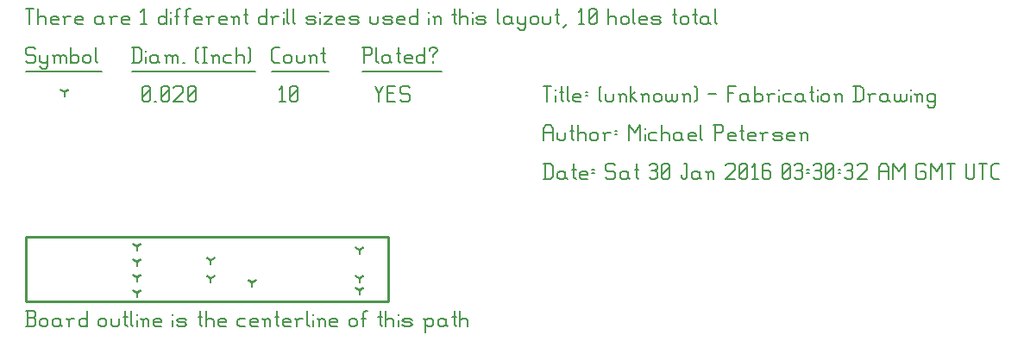
<source format=gbr>
G04 start of page 12 for group -3984 idx -3984 *
G04 Title: (unknown), fab *
G04 Creator: pcb 20110918 *
G04 CreationDate: Sat 30 Jan 2016 03:30:32 AM GMT UTC *
G04 For: railfan *
G04 Format: Gerber/RS-274X *
G04 PCB-Dimensions: 140000 25000 *
G04 PCB-Coordinate-Origin: lower left *
%MOIN*%
%FSLAX25Y25*%
%LNFAB*%
%ADD42C,0.0100*%
%ADD41C,0.0075*%
%ADD40C,0.0060*%
%ADD39C,0.0001*%
%ADD38R,0.0080X0.0080*%
G54D38*X43000Y15500D02*Y13900D01*
G54D39*G36*
X42454Y15647D02*X44533Y16846D01*
X44933Y16153D01*
X42853Y14954D01*
X42454Y15647D01*
G37*
G36*
X43147Y14954D02*X41067Y16153D01*
X41467Y16846D01*
X43546Y15647D01*
X43147Y14954D01*
G37*
G54D38*X43000Y9500D02*Y7900D01*
G54D39*G36*
X42454Y9647D02*X44533Y10846D01*
X44933Y10153D01*
X42853Y8954D01*
X42454Y9647D01*
G37*
G36*
X43147Y8954D02*X41067Y10153D01*
X41467Y10846D01*
X43546Y9647D01*
X43147Y8954D01*
G37*
G54D38*X71500Y9000D02*Y7400D01*
G54D39*G36*
X70954Y9147D02*X73033Y10346D01*
X73433Y9653D01*
X71353Y8454D01*
X70954Y9147D01*
G37*
G36*
X71647Y8454D02*X69567Y9653D01*
X69967Y10346D01*
X72046Y9147D01*
X71647Y8454D01*
G37*
G54D38*X71500Y16000D02*Y14400D01*
G54D39*G36*
X70954Y16147D02*X73033Y17346D01*
X73433Y16653D01*
X71353Y15454D01*
X70954Y16147D01*
G37*
G36*
X71647Y15454D02*X69567Y16653D01*
X69967Y17346D01*
X72046Y16147D01*
X71647Y15454D01*
G37*
G54D38*X43000Y21500D02*Y19900D01*
G54D39*G36*
X42454Y21647D02*X44533Y22846D01*
X44933Y22153D01*
X42853Y20954D01*
X42454Y21647D01*
G37*
G36*
X43147Y20954D02*X41067Y22153D01*
X41467Y22846D01*
X43546Y21647D01*
X43147Y20954D01*
G37*
G54D38*X43000Y3500D02*Y1900D01*
G54D39*G36*
X42454Y3647D02*X44533Y4846D01*
X44933Y4153D01*
X42853Y2954D01*
X42454Y3647D01*
G37*
G36*
X43147Y2954D02*X41067Y4153D01*
X41467Y4846D01*
X43546Y3647D01*
X43147Y2954D01*
G37*
G54D38*X87500Y7500D02*Y5900D01*
G54D39*G36*
X86954Y7647D02*X89033Y8846D01*
X89433Y8153D01*
X87353Y6954D01*
X86954Y7647D01*
G37*
G36*
X87647Y6954D02*X85567Y8153D01*
X85967Y8846D01*
X88046Y7647D01*
X87647Y6954D01*
G37*
G54D38*X129000Y20000D02*Y18400D01*
G54D39*G36*
X128454Y20147D02*X130533Y21346D01*
X130933Y20653D01*
X128853Y19454D01*
X128454Y20147D01*
G37*
G36*
X129147Y19454D02*X127067Y20653D01*
X127467Y21346D01*
X129546Y20147D01*
X129147Y19454D01*
G37*
G54D38*X129000Y9000D02*Y7400D01*
G54D39*G36*
X128454Y9147D02*X130533Y10346D01*
X130933Y9653D01*
X128853Y8454D01*
X128454Y9147D01*
G37*
G36*
X129147Y8454D02*X127067Y9653D01*
X127467Y10346D01*
X129546Y9147D01*
X129147Y8454D01*
G37*
G54D38*X129000Y4500D02*Y2900D01*
G54D39*G36*
X128454Y4647D02*X130533Y5846D01*
X130933Y5153D01*
X128853Y3954D01*
X128454Y4647D01*
G37*
G36*
X129147Y3954D02*X127067Y5153D01*
X127467Y5846D01*
X129546Y4647D01*
X129147Y3954D01*
G37*
G54D38*X15000Y81250D02*Y79650D01*
G54D39*G36*
X14454Y81397D02*X16533Y82596D01*
X16933Y81903D01*
X14853Y80704D01*
X14454Y81397D01*
G37*
G36*
X15147Y80704D02*X13067Y81903D01*
X13467Y82596D01*
X15546Y81397D01*
X15147Y80704D01*
G37*
G54D40*X135000Y83500D02*X136500Y80500D01*
X138000Y83500D01*
X136500Y80500D02*Y77500D01*
X139800Y80800D02*X142050D01*
X139800Y77500D02*X142800D01*
X139800Y83500D02*Y77500D01*
Y83500D02*X142800D01*
X147600D02*X148350Y82750D01*
X145350Y83500D02*X147600D01*
X144600Y82750D02*X145350Y83500D01*
X144600Y82750D02*Y81250D01*
X145350Y80500D01*
X147600D01*
X148350Y79750D01*
Y78250D01*
X147600Y77500D02*X148350Y78250D01*
X145350Y77500D02*X147600D01*
X144600Y78250D02*X145350Y77500D01*
X98000Y82300D02*X99200Y83500D01*
Y77500D01*
X98000D02*X100250D01*
X102050Y78250D02*X102800Y77500D01*
X102050Y82750D02*Y78250D01*
Y82750D02*X102800Y83500D01*
X104300D01*
X105050Y82750D01*
Y78250D01*
X104300Y77500D02*X105050Y78250D01*
X102800Y77500D02*X104300D01*
X102050Y79000D02*X105050Y82000D01*
X45000Y78250D02*X45750Y77500D01*
X45000Y82750D02*Y78250D01*
Y82750D02*X45750Y83500D01*
X47250D01*
X48000Y82750D01*
Y78250D01*
X47250Y77500D02*X48000Y78250D01*
X45750Y77500D02*X47250D01*
X45000Y79000D02*X48000Y82000D01*
X49800Y77500D02*X50550D01*
X52350Y78250D02*X53100Y77500D01*
X52350Y82750D02*Y78250D01*
Y82750D02*X53100Y83500D01*
X54600D01*
X55350Y82750D01*
Y78250D01*
X54600Y77500D02*X55350Y78250D01*
X53100Y77500D02*X54600D01*
X52350Y79000D02*X55350Y82000D01*
X57150Y82750D02*X57900Y83500D01*
X60150D01*
X60900Y82750D01*
Y81250D01*
X57150Y77500D02*X60900Y81250D01*
X57150Y77500D02*X60900D01*
X62700Y78250D02*X63450Y77500D01*
X62700Y82750D02*Y78250D01*
Y82750D02*X63450Y83500D01*
X64950D01*
X65700Y82750D01*
Y78250D01*
X64950Y77500D02*X65700Y78250D01*
X63450Y77500D02*X64950D01*
X62700Y79000D02*X65700Y82000D01*
X3000Y98500D02*X3750Y97750D01*
X750Y98500D02*X3000D01*
X0Y97750D02*X750Y98500D01*
X0Y97750D02*Y96250D01*
X750Y95500D01*
X3000D01*
X3750Y94750D01*
Y93250D01*
X3000Y92500D02*X3750Y93250D01*
X750Y92500D02*X3000D01*
X0Y93250D02*X750Y92500D01*
X5550Y95500D02*Y93250D01*
X6300Y92500D01*
X8550Y95500D02*Y91000D01*
X7800Y90250D02*X8550Y91000D01*
X6300Y90250D02*X7800D01*
X5550Y91000D02*X6300Y90250D01*
Y92500D02*X7800D01*
X8550Y93250D01*
X11100Y94750D02*Y92500D01*
Y94750D02*X11850Y95500D01*
X12600D01*
X13350Y94750D01*
Y92500D01*
Y94750D02*X14100Y95500D01*
X14850D01*
X15600Y94750D01*
Y92500D01*
X10350Y95500D02*X11100Y94750D01*
X17400Y98500D02*Y92500D01*
Y93250D02*X18150Y92500D01*
X19650D01*
X20400Y93250D01*
Y94750D02*Y93250D01*
X19650Y95500D02*X20400Y94750D01*
X18150Y95500D02*X19650D01*
X17400Y94750D02*X18150Y95500D01*
X22200Y94750D02*Y93250D01*
Y94750D02*X22950Y95500D01*
X24450D01*
X25200Y94750D01*
Y93250D01*
X24450Y92500D02*X25200Y93250D01*
X22950Y92500D02*X24450D01*
X22200Y93250D02*X22950Y92500D01*
X27000Y98500D02*Y93250D01*
X27750Y92500D01*
X0Y89250D02*X29250D01*
X41750Y98500D02*Y92500D01*
X43700Y98500D02*X44750Y97450D01*
Y93550D01*
X43700Y92500D02*X44750Y93550D01*
X41000Y92500D02*X43700D01*
X41000Y98500D02*X43700D01*
G54D41*X46550Y97000D02*Y96850D01*
G54D40*Y94750D02*Y92500D01*
X50300Y95500D02*X51050Y94750D01*
X48800Y95500D02*X50300D01*
X48050Y94750D02*X48800Y95500D01*
X48050Y94750D02*Y93250D01*
X48800Y92500D01*
X51050Y95500D02*Y93250D01*
X51800Y92500D01*
X48800D02*X50300D01*
X51050Y93250D01*
X54350Y94750D02*Y92500D01*
Y94750D02*X55100Y95500D01*
X55850D01*
X56600Y94750D01*
Y92500D01*
Y94750D02*X57350Y95500D01*
X58100D01*
X58850Y94750D01*
Y92500D01*
X53600Y95500D02*X54350Y94750D01*
X60650Y92500D02*X61400D01*
X65900Y93250D02*X66650Y92500D01*
X65900Y97750D02*X66650Y98500D01*
X65900Y97750D02*Y93250D01*
X68450Y98500D02*X69950D01*
X69200D02*Y92500D01*
X68450D02*X69950D01*
X72500Y94750D02*Y92500D01*
Y94750D02*X73250Y95500D01*
X74000D01*
X74750Y94750D01*
Y92500D01*
X71750Y95500D02*X72500Y94750D01*
X77300Y95500D02*X79550D01*
X76550Y94750D02*X77300Y95500D01*
X76550Y94750D02*Y93250D01*
X77300Y92500D01*
X79550D01*
X81350Y98500D02*Y92500D01*
Y94750D02*X82100Y95500D01*
X83600D01*
X84350Y94750D01*
Y92500D01*
X86150Y98500D02*X86900Y97750D01*
Y93250D01*
X86150Y92500D02*X86900Y93250D01*
X41000Y89250D02*X88700D01*
X96050Y92500D02*X98000D01*
X95000Y93550D02*X96050Y92500D01*
X95000Y97450D02*Y93550D01*
Y97450D02*X96050Y98500D01*
X98000D01*
X99800Y94750D02*Y93250D01*
Y94750D02*X100550Y95500D01*
X102050D01*
X102800Y94750D01*
Y93250D01*
X102050Y92500D02*X102800Y93250D01*
X100550Y92500D02*X102050D01*
X99800Y93250D02*X100550Y92500D01*
X104600Y95500D02*Y93250D01*
X105350Y92500D01*
X106850D01*
X107600Y93250D01*
Y95500D02*Y93250D01*
X110150Y94750D02*Y92500D01*
Y94750D02*X110900Y95500D01*
X111650D01*
X112400Y94750D01*
Y92500D01*
X109400Y95500D02*X110150Y94750D01*
X114950Y98500D02*Y93250D01*
X115700Y92500D01*
X114200Y96250D02*X115700D01*
X95000Y89250D02*X117200D01*
X130750Y98500D02*Y92500D01*
X130000Y98500D02*X133000D01*
X133750Y97750D01*
Y96250D01*
X133000Y95500D02*X133750Y96250D01*
X130750Y95500D02*X133000D01*
X135550Y98500D02*Y93250D01*
X136300Y92500D01*
X140050Y95500D02*X140800Y94750D01*
X138550Y95500D02*X140050D01*
X137800Y94750D02*X138550Y95500D01*
X137800Y94750D02*Y93250D01*
X138550Y92500D01*
X140800Y95500D02*Y93250D01*
X141550Y92500D01*
X138550D02*X140050D01*
X140800Y93250D01*
X144100Y98500D02*Y93250D01*
X144850Y92500D01*
X143350Y96250D02*X144850D01*
X147100Y92500D02*X149350D01*
X146350Y93250D02*X147100Y92500D01*
X146350Y94750D02*Y93250D01*
Y94750D02*X147100Y95500D01*
X148600D01*
X149350Y94750D01*
X146350Y94000D02*X149350D01*
Y94750D02*Y94000D01*
X154150Y98500D02*Y92500D01*
X153400D02*X154150Y93250D01*
X151900Y92500D02*X153400D01*
X151150Y93250D02*X151900Y92500D01*
X151150Y94750D02*Y93250D01*
Y94750D02*X151900Y95500D01*
X153400D01*
X154150Y94750D01*
X157450Y95500D02*Y94750D01*
Y93250D02*Y92500D01*
X155950Y97750D02*Y97000D01*
Y97750D02*X156700Y98500D01*
X158200D01*
X158950Y97750D01*
Y97000D01*
X157450Y95500D02*X158950Y97000D01*
X130000Y89250D02*X160750D01*
X0Y113500D02*X3000D01*
X1500D02*Y107500D01*
X4800Y113500D02*Y107500D01*
Y109750D02*X5550Y110500D01*
X7050D01*
X7800Y109750D01*
Y107500D01*
X10350D02*X12600D01*
X9600Y108250D02*X10350Y107500D01*
X9600Y109750D02*Y108250D01*
Y109750D02*X10350Y110500D01*
X11850D01*
X12600Y109750D01*
X9600Y109000D02*X12600D01*
Y109750D02*Y109000D01*
X15150Y109750D02*Y107500D01*
Y109750D02*X15900Y110500D01*
X17400D01*
X14400D02*X15150Y109750D01*
X19950Y107500D02*X22200D01*
X19200Y108250D02*X19950Y107500D01*
X19200Y109750D02*Y108250D01*
Y109750D02*X19950Y110500D01*
X21450D01*
X22200Y109750D01*
X19200Y109000D02*X22200D01*
Y109750D02*Y109000D01*
X28950Y110500D02*X29700Y109750D01*
X27450Y110500D02*X28950D01*
X26700Y109750D02*X27450Y110500D01*
X26700Y109750D02*Y108250D01*
X27450Y107500D01*
X29700Y110500D02*Y108250D01*
X30450Y107500D01*
X27450D02*X28950D01*
X29700Y108250D01*
X33000Y109750D02*Y107500D01*
Y109750D02*X33750Y110500D01*
X35250D01*
X32250D02*X33000Y109750D01*
X37800Y107500D02*X40050D01*
X37050Y108250D02*X37800Y107500D01*
X37050Y109750D02*Y108250D01*
Y109750D02*X37800Y110500D01*
X39300D01*
X40050Y109750D01*
X37050Y109000D02*X40050D01*
Y109750D02*Y109000D01*
X44550Y112300D02*X45750Y113500D01*
Y107500D01*
X44550D02*X46800D01*
X54300Y113500D02*Y107500D01*
X53550D02*X54300Y108250D01*
X52050Y107500D02*X53550D01*
X51300Y108250D02*X52050Y107500D01*
X51300Y109750D02*Y108250D01*
Y109750D02*X52050Y110500D01*
X53550D01*
X54300Y109750D01*
G54D41*X56100Y112000D02*Y111850D01*
G54D40*Y109750D02*Y107500D01*
X58350Y112750D02*Y107500D01*
Y112750D02*X59100Y113500D01*
X59850D01*
X57600Y110500D02*X59100D01*
X62100Y112750D02*Y107500D01*
Y112750D02*X62850Y113500D01*
X63600D01*
X61350Y110500D02*X62850D01*
X65850Y107500D02*X68100D01*
X65100Y108250D02*X65850Y107500D01*
X65100Y109750D02*Y108250D01*
Y109750D02*X65850Y110500D01*
X67350D01*
X68100Y109750D01*
X65100Y109000D02*X68100D01*
Y109750D02*Y109000D01*
X70650Y109750D02*Y107500D01*
Y109750D02*X71400Y110500D01*
X72900D01*
X69900D02*X70650Y109750D01*
X75450Y107500D02*X77700D01*
X74700Y108250D02*X75450Y107500D01*
X74700Y109750D02*Y108250D01*
Y109750D02*X75450Y110500D01*
X76950D01*
X77700Y109750D01*
X74700Y109000D02*X77700D01*
Y109750D02*Y109000D01*
X80250Y109750D02*Y107500D01*
Y109750D02*X81000Y110500D01*
X81750D01*
X82500Y109750D01*
Y107500D01*
X79500Y110500D02*X80250Y109750D01*
X85050Y113500D02*Y108250D01*
X85800Y107500D01*
X84300Y111250D02*X85800D01*
X93000Y113500D02*Y107500D01*
X92250D02*X93000Y108250D01*
X90750Y107500D02*X92250D01*
X90000Y108250D02*X90750Y107500D01*
X90000Y109750D02*Y108250D01*
Y109750D02*X90750Y110500D01*
X92250D01*
X93000Y109750D01*
X95550D02*Y107500D01*
Y109750D02*X96300Y110500D01*
X97800D01*
X94800D02*X95550Y109750D01*
G54D41*X99600Y112000D02*Y111850D01*
G54D40*Y109750D02*Y107500D01*
X101100Y113500D02*Y108250D01*
X101850Y107500D01*
X103350Y113500D02*Y108250D01*
X104100Y107500D01*
X109050D02*X111300D01*
X112050Y108250D01*
X111300Y109000D02*X112050Y108250D01*
X109050Y109000D02*X111300D01*
X108300Y109750D02*X109050Y109000D01*
X108300Y109750D02*X109050Y110500D01*
X111300D01*
X112050Y109750D01*
X108300Y108250D02*X109050Y107500D01*
G54D41*X113850Y112000D02*Y111850D01*
G54D40*Y109750D02*Y107500D01*
X115350Y110500D02*X118350D01*
X115350Y107500D02*X118350Y110500D01*
X115350Y107500D02*X118350D01*
X120900D02*X123150D01*
X120150Y108250D02*X120900Y107500D01*
X120150Y109750D02*Y108250D01*
Y109750D02*X120900Y110500D01*
X122400D01*
X123150Y109750D01*
X120150Y109000D02*X123150D01*
Y109750D02*Y109000D01*
X125700Y107500D02*X127950D01*
X128700Y108250D01*
X127950Y109000D02*X128700Y108250D01*
X125700Y109000D02*X127950D01*
X124950Y109750D02*X125700Y109000D01*
X124950Y109750D02*X125700Y110500D01*
X127950D01*
X128700Y109750D01*
X124950Y108250D02*X125700Y107500D01*
X133200Y110500D02*Y108250D01*
X133950Y107500D01*
X135450D01*
X136200Y108250D01*
Y110500D02*Y108250D01*
X138750Y107500D02*X141000D01*
X141750Y108250D01*
X141000Y109000D02*X141750Y108250D01*
X138750Y109000D02*X141000D01*
X138000Y109750D02*X138750Y109000D01*
X138000Y109750D02*X138750Y110500D01*
X141000D01*
X141750Y109750D01*
X138000Y108250D02*X138750Y107500D01*
X144300D02*X146550D01*
X143550Y108250D02*X144300Y107500D01*
X143550Y109750D02*Y108250D01*
Y109750D02*X144300Y110500D01*
X145800D01*
X146550Y109750D01*
X143550Y109000D02*X146550D01*
Y109750D02*Y109000D01*
X151350Y113500D02*Y107500D01*
X150600D02*X151350Y108250D01*
X149100Y107500D02*X150600D01*
X148350Y108250D02*X149100Y107500D01*
X148350Y109750D02*Y108250D01*
Y109750D02*X149100Y110500D01*
X150600D01*
X151350Y109750D01*
G54D41*X155850Y112000D02*Y111850D01*
G54D40*Y109750D02*Y107500D01*
X158100Y109750D02*Y107500D01*
Y109750D02*X158850Y110500D01*
X159600D01*
X160350Y109750D01*
Y107500D01*
X157350Y110500D02*X158100Y109750D01*
X165600Y113500D02*Y108250D01*
X166350Y107500D01*
X164850Y111250D02*X166350D01*
X167850Y113500D02*Y107500D01*
Y109750D02*X168600Y110500D01*
X170100D01*
X170850Y109750D01*
Y107500D01*
G54D41*X172650Y112000D02*Y111850D01*
G54D40*Y109750D02*Y107500D01*
X174900D02*X177150D01*
X177900Y108250D01*
X177150Y109000D02*X177900Y108250D01*
X174900Y109000D02*X177150D01*
X174150Y109750D02*X174900Y109000D01*
X174150Y109750D02*X174900Y110500D01*
X177150D01*
X177900Y109750D01*
X174150Y108250D02*X174900Y107500D01*
X182400Y113500D02*Y108250D01*
X183150Y107500D01*
X186900Y110500D02*X187650Y109750D01*
X185400Y110500D02*X186900D01*
X184650Y109750D02*X185400Y110500D01*
X184650Y109750D02*Y108250D01*
X185400Y107500D01*
X187650Y110500D02*Y108250D01*
X188400Y107500D01*
X185400D02*X186900D01*
X187650Y108250D01*
X190200Y110500D02*Y108250D01*
X190950Y107500D01*
X193200Y110500D02*Y106000D01*
X192450Y105250D02*X193200Y106000D01*
X190950Y105250D02*X192450D01*
X190200Y106000D02*X190950Y105250D01*
Y107500D02*X192450D01*
X193200Y108250D01*
X195000Y109750D02*Y108250D01*
Y109750D02*X195750Y110500D01*
X197250D01*
X198000Y109750D01*
Y108250D01*
X197250Y107500D02*X198000Y108250D01*
X195750Y107500D02*X197250D01*
X195000Y108250D02*X195750Y107500D01*
X199800Y110500D02*Y108250D01*
X200550Y107500D01*
X202050D01*
X202800Y108250D01*
Y110500D02*Y108250D01*
X205350Y113500D02*Y108250D01*
X206100Y107500D01*
X204600Y111250D02*X206100D01*
X207600Y106000D02*X209100Y107500D01*
X213600Y112300D02*X214800Y113500D01*
Y107500D01*
X213600D02*X215850D01*
X217650Y108250D02*X218400Y107500D01*
X217650Y112750D02*Y108250D01*
Y112750D02*X218400Y113500D01*
X219900D01*
X220650Y112750D01*
Y108250D01*
X219900Y107500D02*X220650Y108250D01*
X218400Y107500D02*X219900D01*
X217650Y109000D02*X220650Y112000D01*
X225150Y113500D02*Y107500D01*
Y109750D02*X225900Y110500D01*
X227400D01*
X228150Y109750D01*
Y107500D01*
X229950Y109750D02*Y108250D01*
Y109750D02*X230700Y110500D01*
X232200D01*
X232950Y109750D01*
Y108250D01*
X232200Y107500D02*X232950Y108250D01*
X230700Y107500D02*X232200D01*
X229950Y108250D02*X230700Y107500D01*
X234750Y113500D02*Y108250D01*
X235500Y107500D01*
X237750D02*X240000D01*
X237000Y108250D02*X237750Y107500D01*
X237000Y109750D02*Y108250D01*
Y109750D02*X237750Y110500D01*
X239250D01*
X240000Y109750D01*
X237000Y109000D02*X240000D01*
Y109750D02*Y109000D01*
X242550Y107500D02*X244800D01*
X245550Y108250D01*
X244800Y109000D02*X245550Y108250D01*
X242550Y109000D02*X244800D01*
X241800Y109750D02*X242550Y109000D01*
X241800Y109750D02*X242550Y110500D01*
X244800D01*
X245550Y109750D01*
X241800Y108250D02*X242550Y107500D01*
X250800Y113500D02*Y108250D01*
X251550Y107500D01*
X250050Y111250D02*X251550D01*
X253050Y109750D02*Y108250D01*
Y109750D02*X253800Y110500D01*
X255300D01*
X256050Y109750D01*
Y108250D01*
X255300Y107500D02*X256050Y108250D01*
X253800Y107500D02*X255300D01*
X253050Y108250D02*X253800Y107500D01*
X258600Y113500D02*Y108250D01*
X259350Y107500D01*
X257850Y111250D02*X259350D01*
X263100Y110500D02*X263850Y109750D01*
X261600Y110500D02*X263100D01*
X260850Y109750D02*X261600Y110500D01*
X260850Y109750D02*Y108250D01*
X261600Y107500D01*
X263850Y110500D02*Y108250D01*
X264600Y107500D01*
X261600D02*X263100D01*
X263850Y108250D01*
X266400Y113500D02*Y108250D01*
X267150Y107500D01*
G54D42*X0Y25000D02*Y0D01*
X140000Y25000D02*X0D01*
Y0D02*X140000D01*
Y25000D01*
G54D40*X0Y-9500D02*X3000D01*
X3750Y-8750D01*
Y-6950D02*Y-8750D01*
X3000Y-6200D02*X3750Y-6950D01*
X750Y-6200D02*X3000D01*
X750Y-3500D02*Y-9500D01*
X0Y-3500D02*X3000D01*
X3750Y-4250D01*
Y-5450D01*
X3000Y-6200D02*X3750Y-5450D01*
X5550Y-7250D02*Y-8750D01*
Y-7250D02*X6300Y-6500D01*
X7800D01*
X8550Y-7250D01*
Y-8750D01*
X7800Y-9500D02*X8550Y-8750D01*
X6300Y-9500D02*X7800D01*
X5550Y-8750D02*X6300Y-9500D01*
X12600Y-6500D02*X13350Y-7250D01*
X11100Y-6500D02*X12600D01*
X10350Y-7250D02*X11100Y-6500D01*
X10350Y-7250D02*Y-8750D01*
X11100Y-9500D01*
X13350Y-6500D02*Y-8750D01*
X14100Y-9500D01*
X11100D02*X12600D01*
X13350Y-8750D01*
X16650Y-7250D02*Y-9500D01*
Y-7250D02*X17400Y-6500D01*
X18900D01*
X15900D02*X16650Y-7250D01*
X23700Y-3500D02*Y-9500D01*
X22950D02*X23700Y-8750D01*
X21450Y-9500D02*X22950D01*
X20700Y-8750D02*X21450Y-9500D01*
X20700Y-7250D02*Y-8750D01*
Y-7250D02*X21450Y-6500D01*
X22950D01*
X23700Y-7250D01*
X28200D02*Y-8750D01*
Y-7250D02*X28950Y-6500D01*
X30450D01*
X31200Y-7250D01*
Y-8750D01*
X30450Y-9500D02*X31200Y-8750D01*
X28950Y-9500D02*X30450D01*
X28200Y-8750D02*X28950Y-9500D01*
X33000Y-6500D02*Y-8750D01*
X33750Y-9500D01*
X35250D01*
X36000Y-8750D01*
Y-6500D02*Y-8750D01*
X38550Y-3500D02*Y-8750D01*
X39300Y-9500D01*
X37800Y-5750D02*X39300D01*
X40800Y-3500D02*Y-8750D01*
X41550Y-9500D01*
G54D41*X43050Y-5000D02*Y-5150D01*
G54D40*Y-7250D02*Y-9500D01*
X45300Y-7250D02*Y-9500D01*
Y-7250D02*X46050Y-6500D01*
X46800D01*
X47550Y-7250D01*
Y-9500D01*
X44550Y-6500D02*X45300Y-7250D01*
X50100Y-9500D02*X52350D01*
X49350Y-8750D02*X50100Y-9500D01*
X49350Y-7250D02*Y-8750D01*
Y-7250D02*X50100Y-6500D01*
X51600D01*
X52350Y-7250D01*
X49350Y-8000D02*X52350D01*
Y-7250D02*Y-8000D01*
G54D41*X56850Y-5000D02*Y-5150D01*
G54D40*Y-7250D02*Y-9500D01*
X59100D02*X61350D01*
X62100Y-8750D01*
X61350Y-8000D02*X62100Y-8750D01*
X59100Y-8000D02*X61350D01*
X58350Y-7250D02*X59100Y-8000D01*
X58350Y-7250D02*X59100Y-6500D01*
X61350D01*
X62100Y-7250D01*
X58350Y-8750D02*X59100Y-9500D01*
X67350Y-3500D02*Y-8750D01*
X68100Y-9500D01*
X66600Y-5750D02*X68100D01*
X69600Y-3500D02*Y-9500D01*
Y-7250D02*X70350Y-6500D01*
X71850D01*
X72600Y-7250D01*
Y-9500D01*
X75150D02*X77400D01*
X74400Y-8750D02*X75150Y-9500D01*
X74400Y-7250D02*Y-8750D01*
Y-7250D02*X75150Y-6500D01*
X76650D01*
X77400Y-7250D01*
X74400Y-8000D02*X77400D01*
Y-7250D02*Y-8000D01*
X82650Y-6500D02*X84900D01*
X81900Y-7250D02*X82650Y-6500D01*
X81900Y-7250D02*Y-8750D01*
X82650Y-9500D01*
X84900D01*
X87450D02*X89700D01*
X86700Y-8750D02*X87450Y-9500D01*
X86700Y-7250D02*Y-8750D01*
Y-7250D02*X87450Y-6500D01*
X88950D01*
X89700Y-7250D01*
X86700Y-8000D02*X89700D01*
Y-7250D02*Y-8000D01*
X92250Y-7250D02*Y-9500D01*
Y-7250D02*X93000Y-6500D01*
X93750D01*
X94500Y-7250D01*
Y-9500D01*
X91500Y-6500D02*X92250Y-7250D01*
X97050Y-3500D02*Y-8750D01*
X97800Y-9500D01*
X96300Y-5750D02*X97800D01*
X100050Y-9500D02*X102300D01*
X99300Y-8750D02*X100050Y-9500D01*
X99300Y-7250D02*Y-8750D01*
Y-7250D02*X100050Y-6500D01*
X101550D01*
X102300Y-7250D01*
X99300Y-8000D02*X102300D01*
Y-7250D02*Y-8000D01*
X104850Y-7250D02*Y-9500D01*
Y-7250D02*X105600Y-6500D01*
X107100D01*
X104100D02*X104850Y-7250D01*
X108900Y-3500D02*Y-8750D01*
X109650Y-9500D01*
G54D41*X111150Y-5000D02*Y-5150D01*
G54D40*Y-7250D02*Y-9500D01*
X113400Y-7250D02*Y-9500D01*
Y-7250D02*X114150Y-6500D01*
X114900D01*
X115650Y-7250D01*
Y-9500D01*
X112650Y-6500D02*X113400Y-7250D01*
X118200Y-9500D02*X120450D01*
X117450Y-8750D02*X118200Y-9500D01*
X117450Y-7250D02*Y-8750D01*
Y-7250D02*X118200Y-6500D01*
X119700D01*
X120450Y-7250D01*
X117450Y-8000D02*X120450D01*
Y-7250D02*Y-8000D01*
X124950Y-7250D02*Y-8750D01*
Y-7250D02*X125700Y-6500D01*
X127200D01*
X127950Y-7250D01*
Y-8750D01*
X127200Y-9500D02*X127950Y-8750D01*
X125700Y-9500D02*X127200D01*
X124950Y-8750D02*X125700Y-9500D01*
X130500Y-4250D02*Y-9500D01*
Y-4250D02*X131250Y-3500D01*
X132000D01*
X129750Y-6500D02*X131250D01*
X136950Y-3500D02*Y-8750D01*
X137700Y-9500D01*
X136200Y-5750D02*X137700D01*
X139200Y-3500D02*Y-9500D01*
Y-7250D02*X139950Y-6500D01*
X141450D01*
X142200Y-7250D01*
Y-9500D01*
G54D41*X144000Y-5000D02*Y-5150D01*
G54D40*Y-7250D02*Y-9500D01*
X146250D02*X148500D01*
X149250Y-8750D01*
X148500Y-8000D02*X149250Y-8750D01*
X146250Y-8000D02*X148500D01*
X145500Y-7250D02*X146250Y-8000D01*
X145500Y-7250D02*X146250Y-6500D01*
X148500D01*
X149250Y-7250D01*
X145500Y-8750D02*X146250Y-9500D01*
X154500Y-7250D02*Y-11750D01*
X153750Y-6500D02*X154500Y-7250D01*
X155250Y-6500D01*
X156750D01*
X157500Y-7250D01*
Y-8750D01*
X156750Y-9500D02*X157500Y-8750D01*
X155250Y-9500D02*X156750D01*
X154500Y-8750D02*X155250Y-9500D01*
X161550Y-6500D02*X162300Y-7250D01*
X160050Y-6500D02*X161550D01*
X159300Y-7250D02*X160050Y-6500D01*
X159300Y-7250D02*Y-8750D01*
X160050Y-9500D01*
X162300Y-6500D02*Y-8750D01*
X163050Y-9500D01*
X160050D02*X161550D01*
X162300Y-8750D01*
X165600Y-3500D02*Y-8750D01*
X166350Y-9500D01*
X164850Y-5750D02*X166350D01*
X167850Y-3500D02*Y-9500D01*
Y-7250D02*X168600Y-6500D01*
X170100D01*
X170850Y-7250D01*
Y-9500D01*
X200750Y53500D02*Y47500D01*
X202700Y53500D02*X203750Y52450D01*
Y48550D01*
X202700Y47500D02*X203750Y48550D01*
X200000Y47500D02*X202700D01*
X200000Y53500D02*X202700D01*
X207800Y50500D02*X208550Y49750D01*
X206300Y50500D02*X207800D01*
X205550Y49750D02*X206300Y50500D01*
X205550Y49750D02*Y48250D01*
X206300Y47500D01*
X208550Y50500D02*Y48250D01*
X209300Y47500D01*
X206300D02*X207800D01*
X208550Y48250D01*
X211850Y53500D02*Y48250D01*
X212600Y47500D01*
X211100Y51250D02*X212600D01*
X214850Y47500D02*X217100D01*
X214100Y48250D02*X214850Y47500D01*
X214100Y49750D02*Y48250D01*
Y49750D02*X214850Y50500D01*
X216350D01*
X217100Y49750D01*
X214100Y49000D02*X217100D01*
Y49750D02*Y49000D01*
X218900Y51250D02*X219650D01*
X218900Y49750D02*X219650D01*
X227150Y53500D02*X227900Y52750D01*
X224900Y53500D02*X227150D01*
X224150Y52750D02*X224900Y53500D01*
X224150Y52750D02*Y51250D01*
X224900Y50500D01*
X227150D01*
X227900Y49750D01*
Y48250D01*
X227150Y47500D02*X227900Y48250D01*
X224900Y47500D02*X227150D01*
X224150Y48250D02*X224900Y47500D01*
X231950Y50500D02*X232700Y49750D01*
X230450Y50500D02*X231950D01*
X229700Y49750D02*X230450Y50500D01*
X229700Y49750D02*Y48250D01*
X230450Y47500D01*
X232700Y50500D02*Y48250D01*
X233450Y47500D01*
X230450D02*X231950D01*
X232700Y48250D01*
X236000Y53500D02*Y48250D01*
X236750Y47500D01*
X235250Y51250D02*X236750D01*
X240950Y52750D02*X241700Y53500D01*
X243200D01*
X243950Y52750D01*
X243200Y47500D02*X243950Y48250D01*
X241700Y47500D02*X243200D01*
X240950Y48250D02*X241700Y47500D01*
Y50800D02*X243200D01*
X243950Y52750D02*Y51550D01*
Y50050D02*Y48250D01*
Y50050D02*X243200Y50800D01*
X243950Y51550D02*X243200Y50800D01*
X245750Y48250D02*X246500Y47500D01*
X245750Y52750D02*Y48250D01*
Y52750D02*X246500Y53500D01*
X248000D01*
X248750Y52750D01*
Y48250D01*
X248000Y47500D02*X248750Y48250D01*
X246500Y47500D02*X248000D01*
X245750Y49000D02*X248750Y52000D01*
X254300Y53500D02*X255500D01*
Y48250D01*
X254750Y47500D02*X255500Y48250D01*
X254000Y47500D02*X254750D01*
X253250Y48250D02*X254000Y47500D01*
X253250Y49000D02*Y48250D01*
X259550Y50500D02*X260300Y49750D01*
X258050Y50500D02*X259550D01*
X257300Y49750D02*X258050Y50500D01*
X257300Y49750D02*Y48250D01*
X258050Y47500D01*
X260300Y50500D02*Y48250D01*
X261050Y47500D01*
X258050D02*X259550D01*
X260300Y48250D01*
X263600Y49750D02*Y47500D01*
Y49750D02*X264350Y50500D01*
X265100D01*
X265850Y49750D01*
Y47500D01*
X262850Y50500D02*X263600Y49750D01*
X270350Y52750D02*X271100Y53500D01*
X273350D01*
X274100Y52750D01*
Y51250D01*
X270350Y47500D02*X274100Y51250D01*
X270350Y47500D02*X274100D01*
X275900Y48250D02*X276650Y47500D01*
X275900Y52750D02*Y48250D01*
Y52750D02*X276650Y53500D01*
X278150D01*
X278900Y52750D01*
Y48250D01*
X278150Y47500D02*X278900Y48250D01*
X276650Y47500D02*X278150D01*
X275900Y49000D02*X278900Y52000D01*
X280700Y52300D02*X281900Y53500D01*
Y47500D01*
X280700D02*X282950D01*
X287000Y53500D02*X287750Y52750D01*
X285500Y53500D02*X287000D01*
X284750Y52750D02*X285500Y53500D01*
X284750Y52750D02*Y48250D01*
X285500Y47500D01*
X287000Y50800D02*X287750Y50050D01*
X284750Y50800D02*X287000D01*
X285500Y47500D02*X287000D01*
X287750Y48250D01*
Y50050D02*Y48250D01*
X292250D02*X293000Y47500D01*
X292250Y52750D02*Y48250D01*
Y52750D02*X293000Y53500D01*
X294500D01*
X295250Y52750D01*
Y48250D01*
X294500Y47500D02*X295250Y48250D01*
X293000Y47500D02*X294500D01*
X292250Y49000D02*X295250Y52000D01*
X297050Y52750D02*X297800Y53500D01*
X299300D01*
X300050Y52750D01*
X299300Y47500D02*X300050Y48250D01*
X297800Y47500D02*X299300D01*
X297050Y48250D02*X297800Y47500D01*
Y50800D02*X299300D01*
X300050Y52750D02*Y51550D01*
Y50050D02*Y48250D01*
Y50050D02*X299300Y50800D01*
X300050Y51550D02*X299300Y50800D01*
X301850Y51250D02*X302600D01*
X301850Y49750D02*X302600D01*
X304400Y52750D02*X305150Y53500D01*
X306650D01*
X307400Y52750D01*
X306650Y47500D02*X307400Y48250D01*
X305150Y47500D02*X306650D01*
X304400Y48250D02*X305150Y47500D01*
Y50800D02*X306650D01*
X307400Y52750D02*Y51550D01*
Y50050D02*Y48250D01*
Y50050D02*X306650Y50800D01*
X307400Y51550D02*X306650Y50800D01*
X309200Y48250D02*X309950Y47500D01*
X309200Y52750D02*Y48250D01*
Y52750D02*X309950Y53500D01*
X311450D01*
X312200Y52750D01*
Y48250D01*
X311450Y47500D02*X312200Y48250D01*
X309950Y47500D02*X311450D01*
X309200Y49000D02*X312200Y52000D01*
X314000Y51250D02*X314750D01*
X314000Y49750D02*X314750D01*
X316550Y52750D02*X317300Y53500D01*
X318800D01*
X319550Y52750D01*
X318800Y47500D02*X319550Y48250D01*
X317300Y47500D02*X318800D01*
X316550Y48250D02*X317300Y47500D01*
Y50800D02*X318800D01*
X319550Y52750D02*Y51550D01*
Y50050D02*Y48250D01*
Y50050D02*X318800Y50800D01*
X319550Y51550D02*X318800Y50800D01*
X321350Y52750D02*X322100Y53500D01*
X324350D01*
X325100Y52750D01*
Y51250D01*
X321350Y47500D02*X325100Y51250D01*
X321350Y47500D02*X325100D01*
X329600Y52000D02*Y47500D01*
Y52000D02*X330650Y53500D01*
X332300D01*
X333350Y52000D01*
Y47500D01*
X329600Y50500D02*X333350D01*
X335150Y53500D02*Y47500D01*
Y53500D02*X337400Y50500D01*
X339650Y53500D01*
Y47500D01*
X347150Y53500D02*X347900Y52750D01*
X344900Y53500D02*X347150D01*
X344150Y52750D02*X344900Y53500D01*
X344150Y52750D02*Y48250D01*
X344900Y47500D01*
X347150D01*
X347900Y48250D01*
Y49750D02*Y48250D01*
X347150Y50500D02*X347900Y49750D01*
X345650Y50500D02*X347150D01*
X349700Y53500D02*Y47500D01*
Y53500D02*X351950Y50500D01*
X354200Y53500D01*
Y47500D01*
X356000Y53500D02*X359000D01*
X357500D02*Y47500D01*
X363500Y53500D02*Y48250D01*
X364250Y47500D01*
X365750D01*
X366500Y48250D01*
Y53500D02*Y48250D01*
X368300Y53500D02*X371300D01*
X369800D02*Y47500D01*
X374150D02*X376100D01*
X373100Y48550D02*X374150Y47500D01*
X373100Y52450D02*Y48550D01*
Y52450D02*X374150Y53500D01*
X376100D01*
X200000Y67000D02*Y62500D01*
Y67000D02*X201050Y68500D01*
X202700D01*
X203750Y67000D01*
Y62500D01*
X200000Y65500D02*X203750D01*
X205550D02*Y63250D01*
X206300Y62500D01*
X207800D01*
X208550Y63250D01*
Y65500D02*Y63250D01*
X211100Y68500D02*Y63250D01*
X211850Y62500D01*
X210350Y66250D02*X211850D01*
X213350Y68500D02*Y62500D01*
Y64750D02*X214100Y65500D01*
X215600D01*
X216350Y64750D01*
Y62500D01*
X218150Y64750D02*Y63250D01*
Y64750D02*X218900Y65500D01*
X220400D01*
X221150Y64750D01*
Y63250D01*
X220400Y62500D02*X221150Y63250D01*
X218900Y62500D02*X220400D01*
X218150Y63250D02*X218900Y62500D01*
X223700Y64750D02*Y62500D01*
Y64750D02*X224450Y65500D01*
X225950D01*
X222950D02*X223700Y64750D01*
X227750Y66250D02*X228500D01*
X227750Y64750D02*X228500D01*
X233000Y68500D02*Y62500D01*
Y68500D02*X235250Y65500D01*
X237500Y68500D01*
Y62500D01*
G54D41*X239300Y67000D02*Y66850D01*
G54D40*Y64750D02*Y62500D01*
X241550Y65500D02*X243800D01*
X240800Y64750D02*X241550Y65500D01*
X240800Y64750D02*Y63250D01*
X241550Y62500D01*
X243800D01*
X245600Y68500D02*Y62500D01*
Y64750D02*X246350Y65500D01*
X247850D01*
X248600Y64750D01*
Y62500D01*
X252650Y65500D02*X253400Y64750D01*
X251150Y65500D02*X252650D01*
X250400Y64750D02*X251150Y65500D01*
X250400Y64750D02*Y63250D01*
X251150Y62500D01*
X253400Y65500D02*Y63250D01*
X254150Y62500D01*
X251150D02*X252650D01*
X253400Y63250D01*
X256700Y62500D02*X258950D01*
X255950Y63250D02*X256700Y62500D01*
X255950Y64750D02*Y63250D01*
Y64750D02*X256700Y65500D01*
X258200D01*
X258950Y64750D01*
X255950Y64000D02*X258950D01*
Y64750D02*Y64000D01*
X260750Y68500D02*Y63250D01*
X261500Y62500D01*
X266450Y68500D02*Y62500D01*
X265700Y68500D02*X268700D01*
X269450Y67750D01*
Y66250D01*
X268700Y65500D02*X269450Y66250D01*
X266450Y65500D02*X268700D01*
X272000Y62500D02*X274250D01*
X271250Y63250D02*X272000Y62500D01*
X271250Y64750D02*Y63250D01*
Y64750D02*X272000Y65500D01*
X273500D01*
X274250Y64750D01*
X271250Y64000D02*X274250D01*
Y64750D02*Y64000D01*
X276800Y68500D02*Y63250D01*
X277550Y62500D01*
X276050Y66250D02*X277550D01*
X279800Y62500D02*X282050D01*
X279050Y63250D02*X279800Y62500D01*
X279050Y64750D02*Y63250D01*
Y64750D02*X279800Y65500D01*
X281300D01*
X282050Y64750D01*
X279050Y64000D02*X282050D01*
Y64750D02*Y64000D01*
X284600Y64750D02*Y62500D01*
Y64750D02*X285350Y65500D01*
X286850D01*
X283850D02*X284600Y64750D01*
X289400Y62500D02*X291650D01*
X292400Y63250D01*
X291650Y64000D02*X292400Y63250D01*
X289400Y64000D02*X291650D01*
X288650Y64750D02*X289400Y64000D01*
X288650Y64750D02*X289400Y65500D01*
X291650D01*
X292400Y64750D01*
X288650Y63250D02*X289400Y62500D01*
X294950D02*X297200D01*
X294200Y63250D02*X294950Y62500D01*
X294200Y64750D02*Y63250D01*
Y64750D02*X294950Y65500D01*
X296450D01*
X297200Y64750D01*
X294200Y64000D02*X297200D01*
Y64750D02*Y64000D01*
X299750Y64750D02*Y62500D01*
Y64750D02*X300500Y65500D01*
X301250D01*
X302000Y64750D01*
Y62500D01*
X299000Y65500D02*X299750Y64750D01*
X200000Y83500D02*X203000D01*
X201500D02*Y77500D01*
G54D41*X204800Y82000D02*Y81850D01*
G54D40*Y79750D02*Y77500D01*
X207050Y83500D02*Y78250D01*
X207800Y77500D01*
X206300Y81250D02*X207800D01*
X209300Y83500D02*Y78250D01*
X210050Y77500D01*
X212300D02*X214550D01*
X211550Y78250D02*X212300Y77500D01*
X211550Y79750D02*Y78250D01*
Y79750D02*X212300Y80500D01*
X213800D01*
X214550Y79750D01*
X211550Y79000D02*X214550D01*
Y79750D02*Y79000D01*
X216350Y81250D02*X217100D01*
X216350Y79750D02*X217100D01*
X221600Y78250D02*X222350Y77500D01*
X221600Y82750D02*X222350Y83500D01*
X221600Y82750D02*Y78250D01*
X224150Y80500D02*Y78250D01*
X224900Y77500D01*
X226400D01*
X227150Y78250D01*
Y80500D02*Y78250D01*
X229700Y79750D02*Y77500D01*
Y79750D02*X230450Y80500D01*
X231200D01*
X231950Y79750D01*
Y77500D01*
X228950Y80500D02*X229700Y79750D01*
X233750Y83500D02*Y77500D01*
Y79750D02*X236000Y77500D01*
X233750Y79750D02*X235250Y81250D01*
X238550Y79750D02*Y77500D01*
Y79750D02*X239300Y80500D01*
X240050D01*
X240800Y79750D01*
Y77500D01*
X237800Y80500D02*X238550Y79750D01*
X242600D02*Y78250D01*
Y79750D02*X243350Y80500D01*
X244850D01*
X245600Y79750D01*
Y78250D01*
X244850Y77500D02*X245600Y78250D01*
X243350Y77500D02*X244850D01*
X242600Y78250D02*X243350Y77500D01*
X247400Y80500D02*Y78250D01*
X248150Y77500D01*
X248900D01*
X249650Y78250D01*
Y80500D02*Y78250D01*
X250400Y77500D01*
X251150D01*
X251900Y78250D01*
Y80500D02*Y78250D01*
X254450Y79750D02*Y77500D01*
Y79750D02*X255200Y80500D01*
X255950D01*
X256700Y79750D01*
Y77500D01*
X253700Y80500D02*X254450Y79750D01*
X258500Y83500D02*X259250Y82750D01*
Y78250D01*
X258500Y77500D02*X259250Y78250D01*
X263750Y80500D02*X266750D01*
X271250Y83500D02*Y77500D01*
Y83500D02*X274250D01*
X271250Y80800D02*X273500D01*
X278300Y80500D02*X279050Y79750D01*
X276800Y80500D02*X278300D01*
X276050Y79750D02*X276800Y80500D01*
X276050Y79750D02*Y78250D01*
X276800Y77500D01*
X279050Y80500D02*Y78250D01*
X279800Y77500D01*
X276800D02*X278300D01*
X279050Y78250D01*
X281600Y83500D02*Y77500D01*
Y78250D02*X282350Y77500D01*
X283850D01*
X284600Y78250D01*
Y79750D02*Y78250D01*
X283850Y80500D02*X284600Y79750D01*
X282350Y80500D02*X283850D01*
X281600Y79750D02*X282350Y80500D01*
X287150Y79750D02*Y77500D01*
Y79750D02*X287900Y80500D01*
X289400D01*
X286400D02*X287150Y79750D01*
G54D41*X291200Y82000D02*Y81850D01*
G54D40*Y79750D02*Y77500D01*
X293450Y80500D02*X295700D01*
X292700Y79750D02*X293450Y80500D01*
X292700Y79750D02*Y78250D01*
X293450Y77500D01*
X295700D01*
X299750Y80500D02*X300500Y79750D01*
X298250Y80500D02*X299750D01*
X297500Y79750D02*X298250Y80500D01*
X297500Y79750D02*Y78250D01*
X298250Y77500D01*
X300500Y80500D02*Y78250D01*
X301250Y77500D01*
X298250D02*X299750D01*
X300500Y78250D01*
X303800Y83500D02*Y78250D01*
X304550Y77500D01*
X303050Y81250D02*X304550D01*
G54D41*X306050Y82000D02*Y81850D01*
G54D40*Y79750D02*Y77500D01*
X307550Y79750D02*Y78250D01*
Y79750D02*X308300Y80500D01*
X309800D01*
X310550Y79750D01*
Y78250D01*
X309800Y77500D02*X310550Y78250D01*
X308300Y77500D02*X309800D01*
X307550Y78250D02*X308300Y77500D01*
X313100Y79750D02*Y77500D01*
Y79750D02*X313850Y80500D01*
X314600D01*
X315350Y79750D01*
Y77500D01*
X312350Y80500D02*X313100Y79750D01*
X320600Y83500D02*Y77500D01*
X322550Y83500D02*X323600Y82450D01*
Y78550D01*
X322550Y77500D02*X323600Y78550D01*
X319850Y77500D02*X322550D01*
X319850Y83500D02*X322550D01*
X326150Y79750D02*Y77500D01*
Y79750D02*X326900Y80500D01*
X328400D01*
X325400D02*X326150Y79750D01*
X332450Y80500D02*X333200Y79750D01*
X330950Y80500D02*X332450D01*
X330200Y79750D02*X330950Y80500D01*
X330200Y79750D02*Y78250D01*
X330950Y77500D01*
X333200Y80500D02*Y78250D01*
X333950Y77500D01*
X330950D02*X332450D01*
X333200Y78250D01*
X335750Y80500D02*Y78250D01*
X336500Y77500D01*
X337250D01*
X338000Y78250D01*
Y80500D02*Y78250D01*
X338750Y77500D01*
X339500D01*
X340250Y78250D01*
Y80500D02*Y78250D01*
G54D41*X342050Y82000D02*Y81850D01*
G54D40*Y79750D02*Y77500D01*
X344300Y79750D02*Y77500D01*
Y79750D02*X345050Y80500D01*
X345800D01*
X346550Y79750D01*
Y77500D01*
X343550Y80500D02*X344300Y79750D01*
X350600Y80500D02*X351350Y79750D01*
X349100Y80500D02*X350600D01*
X348350Y79750D02*X349100Y80500D01*
X348350Y79750D02*Y78250D01*
X349100Y77500D01*
X350600D01*
X351350Y78250D01*
X348350Y76000D02*X349100Y75250D01*
X350600D01*
X351350Y76000D01*
Y80500D02*Y76000D01*
M02*

</source>
